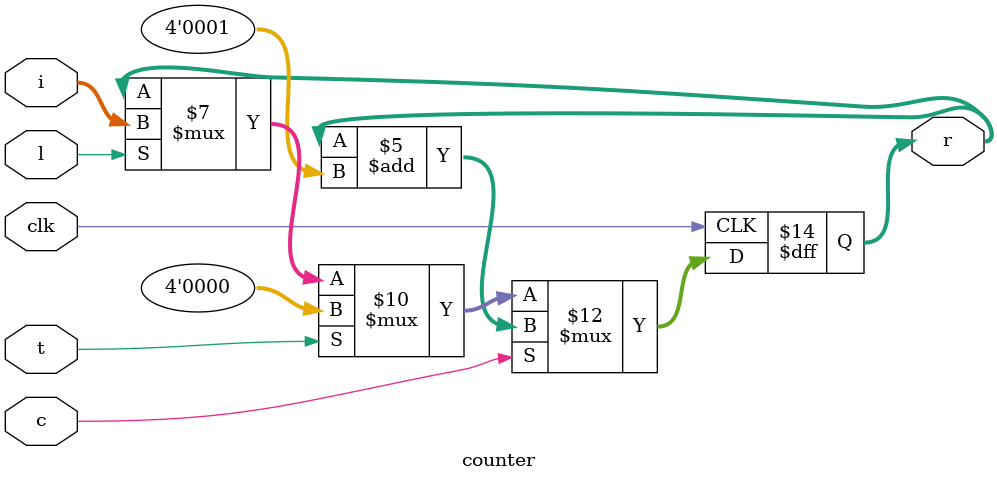
<source format=v>
module counter(clk, c, t, l, i, r); //this is the Counter with load

// Important disclaimer, this is not tested on DE10-Lite

input clk;
input c; //count control
input t; //reset control
input l; //load control
input[3:0] i; // contains the input to be loaded
output reg[3:0] r = 4'b0;

always @(posedge clk)
begin
    
    if (t == 1)
    begin
        r <= 4'b0; //reset
    end
    else if (l == 1) //load
    begin
        r <= i;
    end

    if (c == 1) // count
    begin
        r <= r + 4'b1;
    end
    
end

endmodule
</source>
